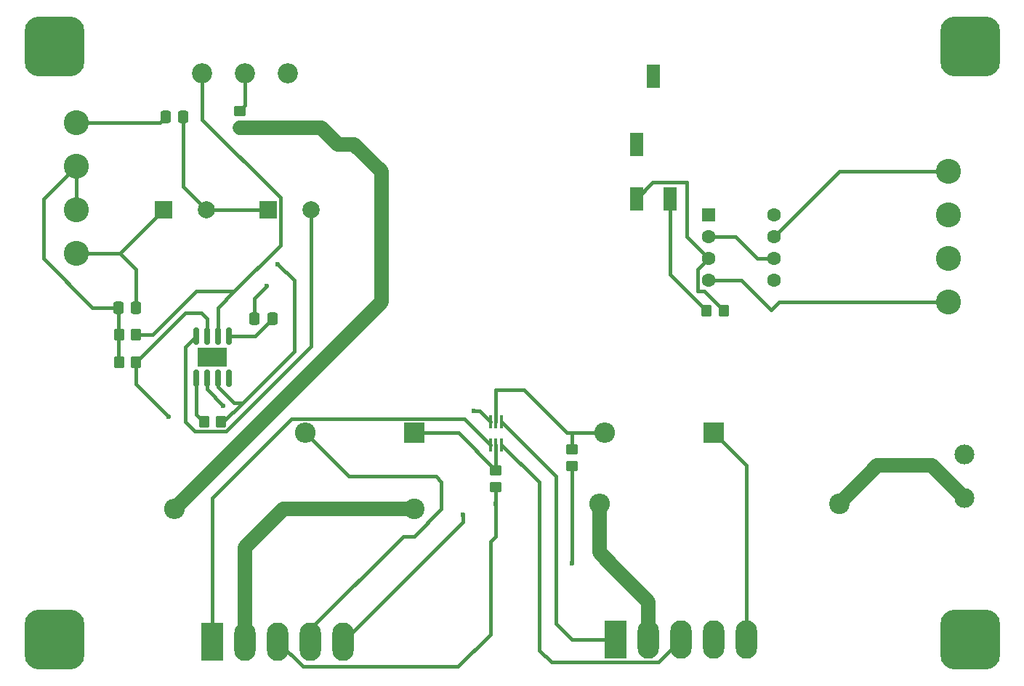
<source format=gbr>
%TF.GenerationSoftware,KiCad,Pcbnew,9.0.0*%
%TF.CreationDate,2025-04-04T13:00:48-06:00*%
%TF.ProjectId,High Power Class AB,48696768-2050-46f7-9765-7220436c6173,rev?*%
%TF.SameCoordinates,Original*%
%TF.FileFunction,Copper,L1,Top*%
%TF.FilePolarity,Positive*%
%FSLAX46Y46*%
G04 Gerber Fmt 4.6, Leading zero omitted, Abs format (unit mm)*
G04 Created by KiCad (PCBNEW 9.0.0) date 2025-04-04 13:00:48*
%MOMM*%
%LPD*%
G01*
G04 APERTURE LIST*
G04 Aperture macros list*
%AMRoundRect*
0 Rectangle with rounded corners*
0 $1 Rounding radius*
0 $2 $3 $4 $5 $6 $7 $8 $9 X,Y pos of 4 corners*
0 Add a 4 corners polygon primitive as box body*
4,1,4,$2,$3,$4,$5,$6,$7,$8,$9,$2,$3,0*
0 Add four circle primitives for the rounded corners*
1,1,$1+$1,$2,$3*
1,1,$1+$1,$4,$5*
1,1,$1+$1,$6,$7*
1,1,$1+$1,$8,$9*
0 Add four rect primitives between the rounded corners*
20,1,$1+$1,$2,$3,$4,$5,0*
20,1,$1+$1,$4,$5,$6,$7,0*
20,1,$1+$1,$6,$7,$8,$9,0*
20,1,$1+$1,$8,$9,$2,$3,0*%
G04 Aperture macros list end*
%TA.AperFunction,ComponentPad*%
%ADD10R,2.000000X2.000000*%
%TD*%
%TA.AperFunction,ComponentPad*%
%ADD11C,2.000000*%
%TD*%
%TA.AperFunction,ComponentPad*%
%ADD12C,2.921000*%
%TD*%
%TA.AperFunction,ComponentPad*%
%ADD13RoundRect,1.746250X-1.746250X-1.746250X1.746250X-1.746250X1.746250X1.746250X-1.746250X1.746250X0*%
%TD*%
%TA.AperFunction,SMDPad,CuDef*%
%ADD14RoundRect,0.250000X-0.350000X-0.450000X0.350000X-0.450000X0.350000X0.450000X-0.350000X0.450000X0*%
%TD*%
%TA.AperFunction,ComponentPad*%
%ADD15R,1.524000X2.692400*%
%TD*%
%TA.AperFunction,ComponentPad*%
%ADD16R,2.400000X2.400000*%
%TD*%
%TA.AperFunction,ComponentPad*%
%ADD17O,2.400000X2.400000*%
%TD*%
%TA.AperFunction,ComponentPad*%
%ADD18C,2.400000*%
%TD*%
%TA.AperFunction,ComponentPad*%
%ADD19C,2.311400*%
%TD*%
%TA.AperFunction,SMDPad,CuDef*%
%ADD20RoundRect,0.250000X0.450000X-0.350000X0.450000X0.350000X-0.450000X0.350000X-0.450000X-0.350000X0*%
%TD*%
%TA.AperFunction,SMDPad,CuDef*%
%ADD21RoundRect,0.250000X-0.337500X-0.475000X0.337500X-0.475000X0.337500X0.475000X-0.337500X0.475000X0*%
%TD*%
%TA.AperFunction,SMDPad,CuDef*%
%ADD22RoundRect,0.100000X0.100000X-0.650000X0.100000X0.650000X-0.100000X0.650000X-0.100000X-0.650000X0*%
%TD*%
%TA.AperFunction,SMDPad,CuDef*%
%ADD23RoundRect,0.150000X-0.150000X0.825000X-0.150000X-0.825000X0.150000X-0.825000X0.150000X0.825000X0*%
%TD*%
%TA.AperFunction,ComponentPad*%
%ADD24R,3.500000X2.300000*%
%TD*%
%TA.AperFunction,ComponentPad*%
%ADD25R,2.500000X4.500000*%
%TD*%
%TA.AperFunction,ComponentPad*%
%ADD26O,2.500000X4.500000*%
%TD*%
%TA.AperFunction,ComponentPad*%
%ADD27RoundRect,0.250000X-0.550000X-0.550000X0.550000X-0.550000X0.550000X0.550000X-0.550000X0.550000X0*%
%TD*%
%TA.AperFunction,ComponentPad*%
%ADD28C,1.600000*%
%TD*%
%TA.AperFunction,SMDPad,CuDef*%
%ADD29RoundRect,0.250000X0.350000X0.450000X-0.350000X0.450000X-0.350000X-0.450000X0.350000X-0.450000X0*%
%TD*%
%TA.AperFunction,SMDPad,CuDef*%
%ADD30RoundRect,0.250000X0.337500X0.475000X-0.337500X0.475000X-0.337500X-0.475000X0.337500X-0.475000X0*%
%TD*%
%TA.AperFunction,ComponentPad*%
%ADD31C,2.340000*%
%TD*%
%TA.AperFunction,SMDPad,CuDef*%
%ADD32RoundRect,0.250000X-0.450000X0.350000X-0.450000X-0.350000X0.450000X-0.350000X0.450000X0.350000X0*%
%TD*%
%TA.AperFunction,ViaPad*%
%ADD33C,0.600000*%
%TD*%
%TA.AperFunction,Conductor*%
%ADD34C,0.381000*%
%TD*%
%TA.AperFunction,Conductor*%
%ADD35C,1.651000*%
%TD*%
G04 APERTURE END LIST*
D10*
%TO.P,C6,1,1*%
%TO.N,Earth_GND*%
X100502323Y-86360000D03*
D11*
%TO.P,C6,2,2*%
%TO.N,-40v*%
X105502323Y-86360000D03*
%TD*%
D12*
%TO.P,J4,1,1*%
%TO.N,+5v*%
X179705000Y-81915000D03*
%TO.P,J4,2,2*%
%TO.N,Earth_GND*%
X179705000Y-86995000D03*
%TO.P,J4,3,3*%
X179705000Y-92075000D03*
%TO.P,J4,4,4*%
%TO.N,-5v*%
X179705000Y-97155000D03*
%TD*%
D13*
%TO.P,REF\u002A\u002A,1*%
%TO.N,Earth_GND*%
X182245000Y-136525000D03*
%TD*%
D14*
%TO.P,R1,1,1*%
%TO.N,Earth_GND*%
X83090000Y-100965000D03*
%TO.P,R1,2,2*%
%TO.N,Net-(U1--)*%
X85090000Y-100965000D03*
%TD*%
D12*
%TO.P,J2,1,1*%
%TO.N,+40v*%
X78105000Y-91440000D03*
%TO.P,J2,2,2*%
%TO.N,Earth_GND*%
X78105000Y-86360000D03*
%TO.P,J2,3,3*%
X78105000Y-81280000D03*
%TO.P,J2,4,4*%
%TO.N,-40v*%
X78105000Y-76200000D03*
%TD*%
D15*
%TO.P,J1,4*%
%TO.N,N/C*%
X143357600Y-78740000D03*
%TO.P,J1,S*%
%TO.N,Earth_GND*%
X147320000Y-85090000D03*
X145338800Y-70840600D03*
%TO.P,J1,T*%
%TO.N,Net-(U2-+)*%
X143357600Y-85090000D03*
%TD*%
D16*
%TO.P,D2,1,A*%
%TO.N,Net-(D2-A)*%
X152400000Y-112395000D03*
D17*
%TO.P,D2,2,K*%
%TO.N,Net-(D2-K)*%
X139700000Y-112395000D03*
%TD*%
D18*
%TO.P,R7,1*%
%TO.N,Net-(Q2-Pad2)*%
X117475000Y-121285000D03*
D17*
%TO.P,R7,2*%
%TO.N,FB*%
X89535000Y-121285000D03*
%TD*%
D19*
%TO.P,J3,1,1*%
%TO.N,FB*%
X181610000Y-120015000D03*
%TO.P,J3,2,2*%
%TO.N,Earth_GND*%
X181610000Y-114935000D03*
%TD*%
D20*
%TO.P,R6,1,1*%
%TO.N,-40v*%
X135890000Y-116300000D03*
%TO.P,R6,2,2*%
%TO.N,Net-(D2-K)*%
X135890000Y-114300000D03*
%TD*%
D21*
%TO.P,C4,1*%
%TO.N,Earth_GND*%
X98890000Y-99060000D03*
%TO.P,C4,2*%
%TO.N,Net-(U1-E{slash}D_Com)*%
X100965000Y-99060000D03*
%TD*%
D22*
%TO.P,Q1,1*%
%TO.N,Net-(Q1-Pad1)*%
X126350000Y-113785000D03*
%TO.P,Q1,2*%
%TO.N,Net-(D1-A)*%
X127000000Y-113785000D03*
%TO.P,Q1,3*%
%TO.N,-40v*%
X127650000Y-113785000D03*
%TO.P,Q1,4*%
%TO.N,Net-(Q1-Pad4)*%
X127650000Y-111125000D03*
%TO.P,Q1,5*%
%TO.N,Net-(D2-K)*%
X127000000Y-111125000D03*
%TO.P,Q1,6*%
%TO.N,+40v*%
X126350000Y-111125000D03*
%TD*%
D23*
%TO.P,U1,1,E/D_Com*%
%TO.N,Net-(U1-E{slash}D_Com)*%
X95885000Y-101095000D03*
%TO.P,U1,2,-*%
%TO.N,Net-(U1--)*%
X94615000Y-101095000D03*
%TO.P,U1,3,+*%
%TO.N,Net-(U1-+)*%
X93345000Y-101095000D03*
%TO.P,U1,4,V-*%
%TO.N,-40v*%
X92075000Y-101095000D03*
D24*
X93980000Y-103570000D03*
D23*
%TO.P,U1,5,Status_Flag*%
%TO.N,Net-(U1-Status_Flag)*%
X92075000Y-106045000D03*
%TO.P,U1,6*%
%TO.N,Net-(Q2-Pad5)*%
X93345000Y-106045000D03*
%TO.P,U1,7,V+*%
%TO.N,+40v*%
X94615000Y-106045000D03*
%TO.P,U1,8,E/D*%
%TO.N,unconnected-(U1-E{slash}D-Pad8)*%
X95885000Y-106045000D03*
%TD*%
D25*
%TO.P,Q3,1*%
%TO.N,Net-(Q1-Pad4)*%
X140970000Y-136525000D03*
D26*
%TO.P,Q3,2*%
%TO.N,Net-(Q3-Pad2)*%
X144780000Y-136525000D03*
%TO.P,Q3,3*%
%TO.N,-40v*%
X148590000Y-136525000D03*
%TO.P,Q3,4*%
%TO.N,Net-(Q2-Pad5)*%
X152400000Y-136525000D03*
%TO.P,Q3,5*%
%TO.N,Net-(D2-A)*%
X156210000Y-136525000D03*
%TD*%
D13*
%TO.P,REF\u002A\u002A,1*%
%TO.N,Earth_GND*%
X182245000Y-67310000D03*
%TD*%
D27*
%TO.P,U2,1,NULL*%
%TO.N,unconnected-(U2-NULL-Pad1)*%
X151765000Y-86995000D03*
D28*
%TO.P,U2,2,-*%
%TO.N,Net-(U1-+)*%
X151765000Y-89535000D03*
%TO.P,U2,3,+*%
%TO.N,Net-(U2-+)*%
X151765000Y-92075000D03*
%TO.P,U2,4,V-*%
%TO.N,-5v*%
X151765000Y-94615000D03*
%TO.P,U2,5,NULL*%
%TO.N,unconnected-(U2-NULL-Pad5)*%
X159385000Y-94615000D03*
%TO.P,U2,6*%
%TO.N,Net-(U1-+)*%
X159385000Y-92075000D03*
%TO.P,U2,7,V+*%
%TO.N,+5v*%
X159385000Y-89535000D03*
%TO.P,U2,8,NC*%
%TO.N,unconnected-(U2-NC-Pad8)*%
X159385000Y-86995000D03*
%TD*%
D13*
%TO.P,REF\u002A\u002A,1*%
%TO.N,Earth_GND*%
X75565000Y-136525000D03*
%TD*%
D29*
%TO.P,R2,1,1*%
%TO.N,Net-(U1-+)*%
X85090000Y-104140000D03*
%TO.P,R2,2,2*%
%TO.N,Earth_GND*%
X83090000Y-104140000D03*
%TD*%
D21*
%TO.P,C5,1,1*%
%TO.N,-40v*%
X88497500Y-75565000D03*
%TO.P,C5,2,2*%
%TO.N,Earth_GND*%
X90572500Y-75565000D03*
%TD*%
D25*
%TO.P,Q2,1*%
%TO.N,Net-(Q1-Pad1)*%
X93980000Y-136735000D03*
D26*
%TO.P,Q2,2*%
%TO.N,Net-(Q2-Pad2)*%
X97790000Y-136735000D03*
%TO.P,Q2,3*%
%TO.N,+40v*%
X101600000Y-136735000D03*
%TO.P,Q2,4*%
%TO.N,Net-(D1-K)*%
X105410000Y-136735000D03*
%TO.P,Q2,5*%
%TO.N,Net-(Q2-Pad5)*%
X109220000Y-136735000D03*
%TD*%
D30*
%TO.P,C3,1,1*%
%TO.N,+40v*%
X85090000Y-97790000D03*
%TO.P,C3,2,2*%
%TO.N,Earth_GND*%
X83015000Y-97790000D03*
%TD*%
D31*
%TO.P,RV1,1,1*%
%TO.N,unconnected-(RV1-Pad1)*%
X102790000Y-70485000D03*
%TO.P,RV1,2,2*%
%TO.N,Net-(R4-Pad1)*%
X97790000Y-70485000D03*
%TO.P,RV1,3,3*%
%TO.N,Net-(U1--)*%
X92790000Y-70485000D03*
%TD*%
D32*
%TO.P,R4,1,1*%
%TO.N,Net-(R4-Pad1)*%
X97155000Y-74835000D03*
%TO.P,R4,2,2*%
%TO.N,FB*%
X97155000Y-76835000D03*
%TD*%
D10*
%TO.P,C2,1,1*%
%TO.N,+40v*%
X88265000Y-86360000D03*
D11*
%TO.P,C2,2,2*%
%TO.N,Earth_GND*%
X93265000Y-86360000D03*
%TD*%
D14*
%TO.P,R9,1,1*%
%TO.N,Earth_GND*%
X151555000Y-98135000D03*
%TO.P,R9,2,2*%
%TO.N,Net-(U2-+)*%
X153555000Y-98135000D03*
%TD*%
D13*
%TO.P,REF\u002A\u002A,1*%
%TO.N,Earth_GND*%
X75565000Y-67310000D03*
%TD*%
D18*
%TO.P,R8,1*%
%TO.N,FB*%
X167005000Y-120650000D03*
D17*
%TO.P,R8,2*%
%TO.N,Net-(Q3-Pad2)*%
X139065000Y-120650000D03*
%TD*%
D29*
%TO.P,R3,1,1*%
%TO.N,+40v*%
X94980000Y-111125000D03*
%TO.P,R3,2,2*%
%TO.N,Net-(U1-Status_Flag)*%
X92980000Y-111125000D03*
%TD*%
D16*
%TO.P,D1,1,A*%
%TO.N,Net-(D1-A)*%
X117475000Y-112395000D03*
D17*
%TO.P,D1,2,K*%
%TO.N,Net-(D1-K)*%
X104775000Y-112395000D03*
%TD*%
D32*
%TO.P,R5,1,1*%
%TO.N,Net-(D1-A)*%
X127000000Y-116745000D03*
%TO.P,R5,2,2*%
%TO.N,+40v*%
X127000000Y-118745000D03*
%TD*%
D33*
%TO.N,Earth_GND*%
X100330000Y-95250000D03*
%TO.N,+40v*%
X101600000Y-92710000D03*
X127000000Y-120650000D03*
X124460000Y-109855000D03*
%TO.N,Net-(Q2-Pad5)*%
X123190000Y-121920000D03*
X95250000Y-109220000D03*
%TO.N,Net-(U1-+)*%
X88900000Y-110490000D03*
%TO.N,-40v*%
X135890000Y-127635000D03*
%TD*%
D34*
%TO.N,Net-(U2-+)*%
X143357600Y-85090000D02*
X145262600Y-83185000D01*
X149225000Y-83185000D02*
X149225000Y-89535000D01*
X150495000Y-95885000D02*
X151305000Y-95885000D01*
X145262600Y-83185000D02*
X149225000Y-83185000D01*
X149225000Y-89535000D02*
X151765000Y-92075000D01*
X151765000Y-92075000D02*
X150495000Y-93345000D01*
X151305000Y-95885000D02*
X153555000Y-98135000D01*
X150495000Y-93345000D02*
X150495000Y-95885000D01*
%TO.N,Net-(U1-E{slash}D_Com)*%
X98930000Y-101095000D02*
X100965000Y-99060000D01*
X95885000Y-101095000D02*
X98930000Y-101095000D01*
%TO.N,Earth_GND*%
X93265000Y-86360000D02*
X100502323Y-86360000D01*
X80010000Y-97790000D02*
X74295000Y-92075000D01*
X98890000Y-99060000D02*
X98890000Y-96690000D01*
X151555000Y-98135000D02*
X147320000Y-93900000D01*
X74295000Y-85090000D02*
X78105000Y-81280000D01*
X74295000Y-92075000D02*
X74295000Y-85090000D01*
X147320000Y-93900000D02*
X147320000Y-85090000D01*
X90572500Y-83667500D02*
X93265000Y-86360000D01*
X83015000Y-97790000D02*
X83015000Y-104065000D01*
X90572500Y-75565000D02*
X90572500Y-83667500D01*
X83015000Y-97790000D02*
X80010000Y-97790000D01*
X83015000Y-104065000D02*
X83090000Y-104140000D01*
X78105000Y-81280000D02*
X78105000Y-86360000D01*
X98890000Y-96690000D02*
X100330000Y-95250000D01*
%TO.N,+40v*%
X126365000Y-135890000D02*
X126365000Y-125095000D01*
X94615000Y-106045000D02*
X94615000Y-107019999D01*
X127000000Y-124460000D02*
X127000000Y-120650000D01*
X97472500Y-108902500D02*
X103505000Y-102870000D01*
X85090000Y-93345000D02*
X83185000Y-91440000D01*
X125080000Y-109855000D02*
X126350000Y-111125000D01*
X94615000Y-110760000D02*
X94980000Y-111125000D01*
X101600000Y-136735000D02*
X104508500Y-139643500D01*
X94980000Y-111125000D02*
X95250000Y-111125000D01*
X104508500Y-139643500D02*
X122611500Y-139643500D01*
X126365000Y-125095000D02*
X127000000Y-124460000D01*
X83185000Y-91440000D02*
X88265000Y-86360000D01*
X103505000Y-94615000D02*
X101600000Y-92710000D01*
X101600000Y-136735000D02*
X101600000Y-138430000D01*
X94615000Y-107019999D02*
X96497501Y-108902500D01*
X85090000Y-97790000D02*
X85090000Y-93345000D01*
X103505000Y-102870000D02*
X103505000Y-94615000D01*
X78105000Y-91440000D02*
X83185000Y-91440000D01*
X127000000Y-120650000D02*
X127000000Y-118745000D01*
X96497501Y-108902500D02*
X97472500Y-108902500D01*
X122611500Y-139643500D02*
X126365000Y-135890000D01*
X124460000Y-109855000D02*
X125080000Y-109855000D01*
X95250000Y-111125000D02*
X97472500Y-108902500D01*
D35*
%TO.N,FB*%
X171450000Y-116205000D02*
X175260000Y-116205000D01*
X113665000Y-97155000D02*
X113665000Y-81915000D01*
X110490000Y-78740000D02*
X108585000Y-78740000D01*
X177800000Y-116205000D02*
X181610000Y-120015000D01*
X106680000Y-76835000D02*
X97155000Y-76835000D01*
X89535000Y-121285000D02*
X113665000Y-97155000D01*
X108585000Y-78740000D02*
X106680000Y-76835000D01*
X167005000Y-120650000D02*
X171450000Y-116205000D01*
X113665000Y-81915000D02*
X110490000Y-78740000D01*
X175260000Y-116205000D02*
X177800000Y-116205000D01*
D34*
%TO.N,Net-(Q2-Pad5)*%
X123190000Y-121920000D02*
X123190000Y-122765000D01*
X93345000Y-107315000D02*
X93345000Y-106045000D01*
X95250000Y-109220000D02*
X93345000Y-107315000D01*
X123190000Y-122765000D02*
X109220000Y-136735000D01*
%TO.N,Net-(D1-A)*%
X122650000Y-112395000D02*
X127000000Y-116745000D01*
X127000000Y-116745000D02*
X127000000Y-113785000D01*
X117475000Y-112395000D02*
X122650000Y-112395000D01*
%TO.N,Net-(D1-K)*%
X109855000Y-117475000D02*
X104775000Y-112395000D01*
X117475000Y-124460000D02*
X120650000Y-121285000D01*
X120015000Y-117475000D02*
X109855000Y-117475000D01*
X120650000Y-118110000D02*
X120015000Y-117475000D01*
X105410000Y-136735000D02*
X105410000Y-135255000D01*
X116205000Y-124460000D02*
X117475000Y-124460000D01*
X120650000Y-121285000D02*
X120650000Y-118110000D01*
X105410000Y-135255000D02*
X116205000Y-124460000D01*
%TO.N,Net-(D2-K)*%
X139700000Y-112395000D02*
X135890000Y-112395000D01*
X130270000Y-107410000D02*
X127000000Y-107410000D01*
X135890000Y-112395000D02*
X135890000Y-114300000D01*
X135255000Y-112395000D02*
X130270000Y-107410000D01*
X127000000Y-107410000D02*
X127000000Y-111125000D01*
X135890000Y-112395000D02*
X135255000Y-112395000D01*
%TO.N,+5v*%
X159385000Y-89535000D02*
X167005000Y-81915000D01*
X179705000Y-81915000D02*
X167005000Y-81915000D01*
%TO.N,Net-(U1-+)*%
X85090000Y-106680000D02*
X85090000Y-104140000D01*
X85090000Y-104140000D02*
X90805000Y-98425000D01*
X154940000Y-89535000D02*
X151765000Y-89535000D01*
X157480000Y-92075000D02*
X154940000Y-89535000D01*
X88900000Y-110490000D02*
X85090000Y-106680000D01*
X93345000Y-99060000D02*
X93345000Y-101095000D01*
X92710000Y-98425000D02*
X93345000Y-99060000D01*
X159385000Y-92075000D02*
X157480000Y-92075000D01*
X90805000Y-98425000D02*
X92710000Y-98425000D01*
%TO.N,-40v*%
X90805000Y-102365000D02*
X90805000Y-111125000D01*
X92075000Y-101095000D02*
X90805000Y-102365000D01*
X78105000Y-76200000D02*
X87862500Y-76200000D01*
X133451500Y-139166500D02*
X132080000Y-137795000D01*
X105502323Y-102316821D02*
X105502323Y-86360000D01*
X91896500Y-112216500D02*
X95602644Y-112216500D01*
X87862500Y-76200000D02*
X88497500Y-75565000D01*
X127650000Y-113785000D02*
X132027500Y-118162500D01*
X90805000Y-111125000D02*
X91896500Y-112216500D01*
X135890000Y-116300000D02*
X135890000Y-127635000D01*
X132080000Y-118215000D02*
X132027500Y-118162500D01*
X145948500Y-139166500D02*
X133451500Y-139166500D01*
X132080000Y-137795000D02*
X132080000Y-118215000D01*
X148590000Y-136525000D02*
X145948500Y-139166500D01*
X95602644Y-112216500D02*
X105502323Y-102316821D01*
%TO.N,Net-(D2-A)*%
X156210000Y-116205000D02*
X152400000Y-112395000D01*
X156210000Y-136525000D02*
X156210000Y-116205000D01*
%TO.N,Net-(Q1-Pad4)*%
X127650000Y-111125000D02*
X133985000Y-117460000D01*
X133985000Y-134620000D02*
X135890000Y-136525000D01*
X133985000Y-117460000D02*
X133985000Y-134620000D01*
X135890000Y-136525000D02*
X140970000Y-136525000D01*
%TO.N,Net-(Q1-Pad1)*%
X123368500Y-110803500D02*
X126350000Y-113785000D01*
X103191500Y-110803500D02*
X123368500Y-110803500D01*
X93980000Y-120015000D02*
X93980000Y-136735000D01*
X93980000Y-120015000D02*
X103191500Y-110803500D01*
D35*
%TO.N,Net-(Q2-Pad2)*%
X97790000Y-125730000D02*
X102235000Y-121285000D01*
X97790000Y-125730000D02*
X97790000Y-136735000D01*
X102235000Y-121285000D02*
X117475000Y-121285000D01*
%TO.N,Net-(Q3-Pad2)*%
X139700000Y-127000000D02*
X144780000Y-132080000D01*
X139065000Y-126365000D02*
X139065000Y-120650000D01*
X144780000Y-132080000D02*
X144780000Y-136525000D01*
X140335000Y-127635000D02*
X139065000Y-126365000D01*
D34*
%TO.N,Net-(U1-Status_Flag)*%
X92075000Y-110220000D02*
X92075000Y-106045000D01*
X92980000Y-111125000D02*
X92075000Y-110220000D01*
%TO.N,Net-(R4-Pad1)*%
X97790000Y-70485000D02*
X97790000Y-74200000D01*
X97790000Y-74200000D02*
X97155000Y-74835000D01*
%TO.N,Net-(U1--)*%
X101892823Y-90512177D02*
X96520000Y-95885000D01*
X101892823Y-84969500D02*
X101892823Y-90512177D01*
X85090000Y-100965000D02*
X86995000Y-100965000D01*
X92790000Y-70485000D02*
X92790000Y-75866677D01*
X92075000Y-95885000D02*
X96520000Y-95885000D01*
X96520000Y-95885000D02*
X94615000Y-97790000D01*
X86995000Y-100965000D02*
X92075000Y-95885000D01*
X92790000Y-75866677D02*
X101892823Y-84969500D01*
X94615000Y-97790000D02*
X94615000Y-101095000D01*
%TO.N,-5v*%
X159067500Y-98107500D02*
X160020000Y-97155000D01*
X151765000Y-94615000D02*
X155575000Y-94615000D01*
X155575000Y-94615000D02*
X159067500Y-98107500D01*
X160020000Y-97155000D02*
X179705000Y-97155000D01*
%TD*%
M02*

</source>
